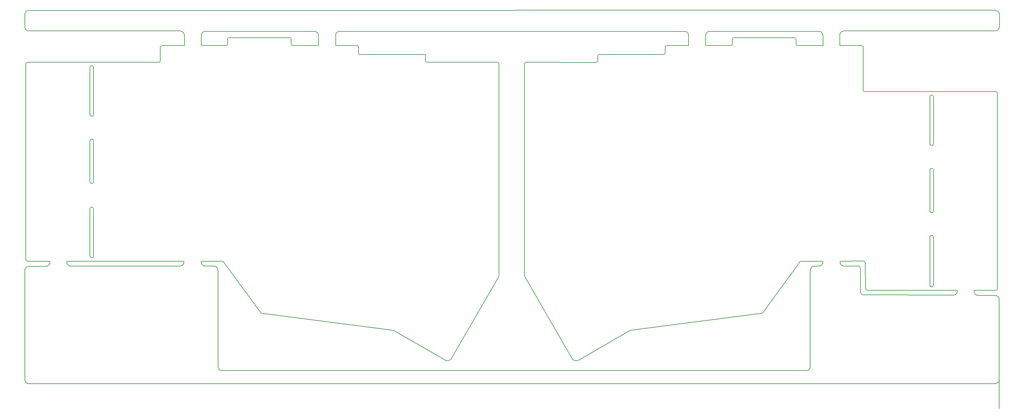
<source format=gm1>
%TF.GenerationSoftware,KiCad,Pcbnew,(6.0.11)*%
%TF.CreationDate,2023-01-31T22:09:30+01:00*%
%TF.ProjectId,corne-light,636f726e-652d-46c6-9967-68742e6b6963,2.0*%
%TF.SameCoordinates,Original*%
%TF.FileFunction,Profile,NP*%
%FSLAX46Y46*%
G04 Gerber Fmt 4.6, Leading zero omitted, Abs format (unit mm)*
G04 Created by KiCad (PCBNEW (6.0.11)) date 2023-01-31 22:09:30*
%MOMM*%
%LPD*%
G01*
G04 APERTURE LIST*
%TA.AperFunction,Profile*%
%ADD10C,0.200000*%
%TD*%
G04 APERTURE END LIST*
D10*
X248974327Y-95171400D02*
G75*
G03*
X248313927Y-94511000I-660400J0D01*
G01*
X248313927Y-94511000D02*
X244215783Y-94534081D01*
X249034900Y-101877000D02*
G75*
G03*
X249847700Y-102689800I812800J0D01*
G01*
X249034900Y-101877000D02*
X248974327Y-95171400D01*
X250406500Y-93850600D02*
G75*
G03*
X249695300Y-93139400I-711200J0D01*
G01*
X249695300Y-93139400D02*
X243226628Y-93176341D01*
X250457300Y-100861000D02*
X250406500Y-93850600D01*
X250457300Y-100861000D02*
G75*
G03*
X251016100Y-101419800I558800J0D01*
G01*
X63768889Y-28147762D02*
G75*
G03*
X62630976Y-29284085I-1589J-1136323D01*
G01*
X206377105Y-28134587D02*
X237292354Y-28137591D01*
X206377105Y-28134588D02*
G75*
G03*
X205239135Y-29273925I1368J-1139337D01*
G01*
X238388642Y-29273925D02*
G75*
G03*
X237292354Y-28137591I-1096288J39340D01*
G01*
X269372103Y-100377218D02*
X269528353Y-100283468D01*
X269622103Y-100095968D02*
X269653353Y-99908468D01*
X268684603Y-100095968D02*
X268778353Y-100283468D01*
X268778353Y-100283468D02*
X268965853Y-100377218D01*
X269622103Y-100095968D02*
X269528353Y-100283468D01*
X268965853Y-100377218D02*
X269153353Y-100408468D01*
X269372103Y-100377218D02*
X269153353Y-100408468D01*
X268653353Y-99908468D02*
X268684603Y-100095968D01*
X268934603Y-85939718D02*
X269153353Y-85908468D01*
X269653353Y-86408468D02*
X269622103Y-86220968D01*
X269340853Y-85939718D02*
X269153353Y-85908468D01*
X268934603Y-85939718D02*
X268778353Y-86033468D01*
X268684603Y-86220968D02*
X268653353Y-86408468D01*
X269528353Y-86033468D02*
X269340853Y-85939718D01*
X268684603Y-86220968D02*
X268778353Y-86033468D01*
X269622103Y-86220968D02*
X269528353Y-86033468D01*
X268684603Y-79095968D02*
X268778353Y-79283468D01*
X268778353Y-79283468D02*
X268965853Y-79377218D01*
X269622103Y-79095968D02*
X269528353Y-79283468D01*
X268965853Y-79377218D02*
X269153353Y-79408468D01*
X269372103Y-79377218D02*
X269528353Y-79283468D01*
X268653353Y-78908468D02*
X268684603Y-79095968D01*
X269622103Y-79095968D02*
X269653353Y-78908468D01*
X269372103Y-79377218D02*
X269153353Y-79408468D01*
X269653353Y-67408468D02*
X269622103Y-67220968D01*
X268684603Y-67220968D02*
X268778353Y-67033468D01*
X268934603Y-66939718D02*
X268778353Y-67033468D01*
X269340853Y-66939718D02*
X269153353Y-66908468D01*
X269622103Y-67220968D02*
X269528353Y-67033468D01*
X269528353Y-67033468D02*
X269340853Y-66939718D01*
X268684603Y-67220968D02*
X268653353Y-67408468D01*
X268934603Y-66939718D02*
X269153353Y-66908468D01*
X268653353Y-59908468D02*
X268684603Y-60095968D01*
X268778353Y-60283468D02*
X268965853Y-60377218D01*
X269622103Y-60095968D02*
X269653353Y-59908468D01*
X269372103Y-60377218D02*
X269153353Y-60408468D01*
X268965853Y-60377218D02*
X269153353Y-60408468D01*
X268684603Y-60095968D02*
X268778353Y-60283468D01*
X269372103Y-60377218D02*
X269528353Y-60283468D01*
X269622103Y-60095968D02*
X269528353Y-60283468D01*
X269528353Y-46283468D02*
X269340853Y-46189718D01*
X268934603Y-46189718D02*
X269153353Y-46158468D01*
X268684603Y-46470968D02*
X268778353Y-46283468D01*
X268934603Y-46189718D02*
X268778353Y-46283468D01*
X268684603Y-46470968D02*
X268653353Y-46658468D01*
X269653353Y-46658468D02*
X269622103Y-46470968D01*
X269622103Y-46470968D02*
X269528353Y-46283468D01*
X269340853Y-46189718D02*
X269153353Y-46158468D01*
X31322500Y-92035000D02*
X31510000Y-92128750D01*
X31510000Y-92128750D02*
X31697500Y-92160000D01*
X31228750Y-91847500D02*
X31322500Y-92035000D01*
X31197500Y-91660000D02*
X31228750Y-91847500D01*
X32166250Y-91847500D02*
X32072500Y-92035000D01*
X31916250Y-92128750D02*
X31697500Y-92160000D01*
X31916250Y-92128750D02*
X32072500Y-92035000D01*
X32166250Y-91847500D02*
X32197500Y-91660000D01*
X31478750Y-77941250D02*
X31697500Y-77910000D01*
X32197500Y-78410000D02*
X32166250Y-78222500D01*
X31228750Y-78222500D02*
X31197500Y-78410000D01*
X32072500Y-78035000D02*
X31885000Y-77941250D01*
X31885000Y-77941250D02*
X31697500Y-77910000D01*
X32166250Y-78222500D02*
X32072500Y-78035000D01*
X31228750Y-78222500D02*
X31322500Y-78035000D01*
X31478750Y-77941250D02*
X31322500Y-78035000D01*
X31197500Y-70660000D02*
X31228750Y-70847500D01*
X31916250Y-71128750D02*
X31697500Y-71160000D01*
X31322500Y-71035000D02*
X31510000Y-71128750D01*
X31916250Y-71128750D02*
X32072500Y-71035000D01*
X31228750Y-70847500D02*
X31322500Y-71035000D01*
X32166250Y-70847500D02*
X32072500Y-71035000D01*
X32166250Y-70847500D02*
X32197500Y-70660000D01*
X31510000Y-71128750D02*
X31697500Y-71160000D01*
X32072500Y-58785000D02*
X31885000Y-58691250D01*
X31478750Y-58691250D02*
X31697500Y-58660000D01*
X31228750Y-58972500D02*
X31322500Y-58785000D01*
X31478750Y-58691250D02*
X31322500Y-58785000D01*
X31228750Y-58972500D02*
X31197500Y-59160000D01*
X32197500Y-59160000D02*
X32166250Y-58972500D01*
X32166250Y-58972500D02*
X32072500Y-58785000D01*
X31885000Y-58691250D02*
X31697500Y-58660000D01*
X31322500Y-52035000D02*
X31510000Y-52128750D01*
X31916250Y-52128750D02*
X31697500Y-52160000D01*
X32166250Y-51847500D02*
X32072500Y-52035000D01*
X31916250Y-52128750D02*
X32072500Y-52035000D01*
X32166250Y-51847500D02*
X32197500Y-51660000D01*
X31197500Y-51660000D02*
X31228750Y-51847500D01*
X31228750Y-51847500D02*
X31322500Y-52035000D01*
X31510000Y-52128750D02*
X31697500Y-52160000D01*
X32197500Y-38410000D02*
X32166250Y-38222500D01*
X32166250Y-38222500D02*
X32072500Y-38035000D01*
X31228750Y-38222500D02*
X31197500Y-38410000D01*
X31228750Y-38222500D02*
X31322500Y-38035000D01*
X32072500Y-38035000D02*
X31885000Y-37941250D01*
X31478750Y-37941250D02*
X31322500Y-38035000D01*
X31885000Y-37941250D02*
X31697500Y-37910000D01*
X31478750Y-37941250D02*
X31697500Y-37910000D01*
X269653353Y-99908468D02*
X269653353Y-86408468D01*
X268653353Y-86408468D02*
X268653353Y-99908468D01*
X269653353Y-78908468D02*
X269653353Y-67408468D01*
X268653353Y-67408468D02*
X268653353Y-78908468D01*
X268653353Y-46658468D02*
X268653353Y-59908468D01*
X269653353Y-59908468D02*
X269653353Y-46658468D01*
X32197500Y-59160000D02*
X32197500Y-70660000D01*
X31197500Y-70660000D02*
X31197500Y-59160000D01*
X32197500Y-78410000D02*
X32197500Y-91660000D01*
X31197500Y-91660000D02*
X31197500Y-78410000D01*
X31197500Y-51660000D02*
X31197500Y-38410000D01*
X32197500Y-38410000D02*
X32197500Y-51660000D01*
X50583768Y-36929478D02*
X13697500Y-36929478D01*
X19857418Y-93652702D02*
X19788838Y-93873681D01*
X19788838Y-93873681D02*
X19788838Y-93873681D01*
X19788838Y-93873681D02*
X19786298Y-93878761D01*
X19786298Y-93878761D02*
X19786298Y-93883841D01*
X19786298Y-93883841D02*
X19677078Y-94087041D01*
X19677078Y-94087041D02*
X19677078Y-94087041D01*
X19677078Y-94087041D02*
X19674538Y-94092121D01*
X66824512Y-94747440D02*
X66824512Y-94747440D01*
X66824512Y-94747440D02*
X66824512Y-94749980D01*
X66824512Y-94749980D02*
X66829592Y-94749980D01*
X66829592Y-94749980D02*
X66832132Y-94755060D01*
X66832132Y-94755060D02*
X67012472Y-94899840D01*
X67012472Y-94899840D02*
X67012472Y-94899840D01*
X67012472Y-94899840D02*
X67015012Y-94904920D01*
X67015012Y-94904920D02*
X67017552Y-94907460D01*
X67017552Y-94907460D02*
X67167411Y-95085260D01*
X67167411Y-95085260D02*
X67167411Y-95085260D01*
X67167411Y-95085260D02*
X67169951Y-95090340D01*
X67169951Y-95090340D02*
X67172491Y-95092880D01*
X67172491Y-95092880D02*
X67281711Y-95298620D01*
X67281711Y-95298620D02*
X67281711Y-95298620D01*
X67281711Y-95298620D02*
X67281711Y-95298620D01*
X67281711Y-95298620D02*
X67281711Y-95298620D01*
X67281711Y-95298620D02*
X67284251Y-95301160D01*
X67284251Y-95301160D02*
X67286791Y-95306240D01*
X67286791Y-95306240D02*
X67355371Y-95527220D01*
X67355371Y-95527220D02*
X67355371Y-95529760D01*
X67355371Y-95529760D02*
X67355371Y-95532300D01*
X67355371Y-95532300D02*
X67355371Y-95537380D01*
X67355371Y-95537380D02*
X67380771Y-95768519D01*
X67380771Y-95768519D02*
X67380771Y-95768519D01*
X67380771Y-95768519D02*
X67380771Y-95771059D01*
X67380771Y-95771059D02*
X67380771Y-95773599D01*
X67380771Y-95773599D02*
X67380771Y-95778679D01*
X67380771Y-95778679D02*
X67380771Y-95778679D01*
X67380771Y-95778679D02*
X67380771Y-122956653D01*
X67380771Y-122956653D02*
X67380771Y-122961733D01*
X67380771Y-122961733D02*
X67403631Y-123185252D01*
X67403631Y-123185252D02*
X67469671Y-123396072D01*
X67469671Y-123396072D02*
X67576351Y-123591652D01*
X67576351Y-123591652D02*
X67716051Y-123761832D01*
X67716051Y-123761832D02*
X67888771Y-123904072D01*
X68084350Y-124008212D02*
X68297710Y-124071712D01*
X68297710Y-124071712D02*
X68521230Y-124094571D01*
X68521230Y-124094571D02*
X233687107Y-124084411D01*
X233687107Y-124084411D02*
X233694727Y-124084411D01*
X233694727Y-124084411D02*
X233915707Y-124061552D01*
X233915707Y-124061552D02*
X234129066Y-123995512D01*
X234129066Y-123995512D02*
X234324646Y-123888832D01*
X234324646Y-123888832D02*
X234494826Y-123749132D01*
X234494826Y-123749132D02*
X234637066Y-123576412D01*
X234637066Y-123576412D02*
X234738666Y-123380832D01*
X234738666Y-123380832D02*
X234804706Y-123167472D01*
X234804706Y-123167472D02*
X234825026Y-122943953D01*
X234825026Y-122943953D02*
X234825026Y-95771059D01*
X234825026Y-95771059D02*
X234825026Y-95768519D01*
X234825026Y-95768519D02*
X234825026Y-95768519D01*
X234825026Y-95768519D02*
X234847886Y-95537380D01*
X234847886Y-95537380D02*
X234847886Y-95537380D01*
X234847886Y-95537380D02*
X234847886Y-95537380D01*
X234847886Y-95537380D02*
X234847886Y-95534840D01*
X234847886Y-95534840D02*
X234850426Y-95532300D01*
X234850426Y-95532300D02*
X234850426Y-95527220D01*
X234850426Y-95527220D02*
X234919006Y-95306240D01*
X234919006Y-95306240D02*
X234919006Y-95306240D01*
X234919006Y-95306240D02*
X234919006Y-95301160D01*
X234919006Y-95301160D02*
X234921546Y-95296080D01*
X234921546Y-95296080D02*
X235030766Y-95092880D01*
X235030766Y-95092880D02*
X235030766Y-95092880D01*
X235030766Y-95092880D02*
X235030766Y-95092880D01*
X235030766Y-95092880D02*
X235030766Y-95090340D01*
X235030766Y-95090340D02*
X235033306Y-95087800D01*
X235033306Y-95087800D02*
X235035846Y-95085260D01*
X235035846Y-95085260D02*
X235180625Y-94904920D01*
X235180625Y-94904920D02*
X235183165Y-94904920D01*
X235183165Y-94904920D02*
X235185705Y-94899840D01*
X235185705Y-94899840D02*
X235188245Y-94897300D01*
X235188245Y-94897300D02*
X235368585Y-94749980D01*
X235368585Y-94749980D02*
X235368585Y-94749980D01*
X235368585Y-94749980D02*
X235371125Y-94747440D01*
X235371125Y-94747440D02*
X235376205Y-94744900D01*
X235376205Y-94744900D02*
X235579405Y-94633141D01*
X235579405Y-94633141D02*
X235579405Y-94633141D01*
X235579405Y-94633141D02*
X235579405Y-94633141D01*
X235579405Y-94633141D02*
X235579405Y-94633141D01*
X235579405Y-94633141D02*
X235584485Y-94633141D01*
X235584485Y-94633141D02*
X235589565Y-94630601D01*
X235589565Y-94630601D02*
X235810545Y-94562021D01*
X235810545Y-94562021D02*
X235810545Y-94562021D01*
X235810545Y-94562021D02*
X235810545Y-94562021D01*
X235810545Y-94562021D02*
X235815625Y-94559481D01*
X235815625Y-94559481D02*
X235818165Y-94559481D01*
X235818165Y-94559481D02*
X236049305Y-94534081D01*
X236049305Y-94534081D02*
X236051845Y-94534081D01*
X236051845Y-94534081D02*
X236051845Y-94534081D01*
X236051845Y-94534081D02*
X236054385Y-94534081D01*
X236054385Y-94534081D02*
X236062005Y-94534081D01*
X236062005Y-94534081D02*
X236062005Y-94534081D01*
X236062005Y-94534081D02*
X237250723Y-94534081D01*
X237250723Y-94534081D02*
X237255803Y-94534081D01*
X237255803Y-94534081D02*
X237479323Y-94511221D01*
X237479323Y-94511221D02*
X237692683Y-94445181D01*
X237692683Y-94445181D02*
X237885723Y-94341041D01*
X237885723Y-94341041D02*
X238058443Y-94198801D01*
X238058443Y-94198801D02*
X238198142Y-94026081D01*
X238198142Y-94026081D02*
X238302282Y-93830501D01*
X238302282Y-93830501D02*
X238365782Y-93617142D01*
X238365782Y-93617142D02*
X238388642Y-93396162D01*
X238388642Y-93396162D02*
X238396262Y-93187882D01*
X200395360Y-32184762D02*
X200387740Y-29273925D01*
X200387740Y-29273925D02*
X200387740Y-29266305D01*
X200387740Y-29266305D02*
X200364880Y-29042785D01*
X200364880Y-29042785D02*
X200298840Y-28831966D01*
X200298840Y-28831966D02*
X200194700Y-28636386D01*
X200194700Y-28636386D02*
X200052460Y-28466206D01*
X199684160Y-28222366D02*
X199470801Y-28156326D01*
X199470801Y-28156326D02*
X199249821Y-28136006D01*
X199249821Y-28136006D02*
X101769797Y-28143626D01*
X101769797Y-28143626D02*
X101762177Y-28143626D01*
X101762177Y-28143626D02*
X101541197Y-28166486D01*
X101541197Y-28166486D02*
X101327838Y-28232526D01*
X101327838Y-28232526D02*
X101132258Y-28339206D01*
X101132258Y-28339206D02*
X100962078Y-28481446D01*
X100962078Y-28481446D02*
X100819838Y-28651626D01*
X100819838Y-28651626D02*
X100715698Y-28847206D01*
X100715698Y-28847206D02*
X100652198Y-29060565D01*
X100652198Y-29060565D02*
X100631878Y-29284085D01*
X100631878Y-29284085D02*
X100636958Y-32179682D01*
X243245117Y-93185342D02*
X243240037Y-93396162D01*
X243240037Y-93396162D02*
X243240037Y-93403782D01*
X243240037Y-93403782D02*
X243262897Y-93627302D01*
X243262897Y-93627302D02*
X243328937Y-93838121D01*
X243328937Y-93838121D02*
X243433077Y-94033701D01*
X243433077Y-94033701D02*
X243575317Y-94203881D01*
X243575317Y-94203881D02*
X243748037Y-94346121D01*
X243748037Y-94346121D02*
X243943617Y-94450261D01*
X243943617Y-94450261D02*
X244154437Y-94513761D01*
X244154437Y-94513761D02*
X244377956Y-94534081D01*
X249847700Y-102689800D02*
X275207479Y-102782549D01*
X275207479Y-102782549D02*
X275212559Y-102782549D01*
X275212559Y-102782549D02*
X275436079Y-102759689D01*
X275436079Y-102759689D02*
X275646898Y-102693649D01*
X275646898Y-102693649D02*
X275842478Y-102589509D01*
X275842478Y-102589509D02*
X276012658Y-102447269D01*
X276012658Y-102447269D02*
X276154898Y-102274549D01*
X276154898Y-102274549D02*
X276256498Y-102078969D01*
X276256498Y-102078969D02*
X276322538Y-101865610D01*
X276322538Y-101865610D02*
X276342858Y-101644630D01*
X276342858Y-101644630D02*
X276350478Y-101433810D01*
X24655473Y-93634922D02*
X24718973Y-93848281D01*
X24718973Y-93848281D02*
X24825653Y-94041321D01*
X24825653Y-94041321D02*
X24967893Y-94214041D01*
X24967893Y-94214041D02*
X25138073Y-94353741D01*
X25138073Y-94353741D02*
X25336193Y-94457881D01*
X25336193Y-94457881D02*
X25547012Y-94521381D01*
X25547012Y-94521381D02*
X25770532Y-94544241D01*
X25770532Y-94544241D02*
X56644202Y-94544241D01*
X56644202Y-94544241D02*
X56649282Y-94544241D01*
X56649282Y-94544241D02*
X56872802Y-94521381D01*
X56872802Y-94521381D02*
X57083621Y-94455341D01*
X57083621Y-94455341D02*
X57279201Y-94348661D01*
X57279201Y-94348661D02*
X57449381Y-94208961D01*
X57449381Y-94208961D02*
X57591621Y-94036241D01*
X57591621Y-94036241D02*
X57695761Y-93840661D01*
X57695761Y-93840661D02*
X57759261Y-93627302D01*
X57759261Y-93627302D02*
X57782121Y-93403782D01*
X57782121Y-93403782D02*
X57787201Y-93185342D01*
X238386102Y-32184762D02*
X238388642Y-29273925D01*
X205239135Y-29273925D02*
X205236595Y-32187302D01*
X95785563Y-32179682D02*
X95780483Y-29281545D01*
X95780483Y-29281545D02*
X95780483Y-29276465D01*
X95780483Y-29276465D02*
X95757623Y-29052945D01*
X95757623Y-29052945D02*
X95691583Y-28842126D01*
X95691583Y-28842126D02*
X95587443Y-28646546D01*
X95587443Y-28646546D02*
X95445203Y-28473826D01*
X95445203Y-28473826D02*
X95272484Y-28334126D01*
X95272484Y-28334126D02*
X95076904Y-28229986D01*
X95076904Y-28229986D02*
X94863544Y-28166486D01*
X94863544Y-28166486D02*
X94640024Y-28143626D01*
X94640024Y-28143626D02*
X63768895Y-28143626D01*
X62630976Y-29284085D02*
X62636056Y-32179682D01*
X282327092Y-102884149D02*
X282095952Y-102861289D01*
X287933833Y-127449908D02*
X288073533Y-127277188D01*
X199879740Y-28326506D02*
X199684160Y-28222366D01*
X200052460Y-28466206D02*
X199879740Y-28326506D01*
X67888771Y-123904072D02*
X68084350Y-124008212D01*
X288219886Y-104014447D02*
X288219886Y-134893197D01*
X12755585Y-95783759D02*
X12755585Y-126654889D01*
X19875198Y-93180262D02*
X19880278Y-93408862D01*
X19880278Y-93408862D02*
X19880278Y-93411402D01*
X19880278Y-93411402D02*
X19880278Y-93411402D01*
X19880278Y-93411402D02*
X19857418Y-93642542D01*
X19857418Y-93642542D02*
X19857418Y-93642542D01*
X19857418Y-93642542D02*
X19857418Y-93642542D01*
X19857418Y-93642542D02*
X19857418Y-93642542D01*
X19857418Y-93642542D02*
X19857418Y-93647622D01*
X19857418Y-93647622D02*
X19857418Y-93652702D01*
X24635153Y-93185342D02*
X24630073Y-93406322D01*
X24630073Y-93406322D02*
X24630073Y-93411402D01*
X24630073Y-93411402D02*
X24655473Y-93634922D01*
X116664342Y-112720463D02*
X116504323Y-112700143D01*
X116837062Y-112748403D02*
X116664342Y-112720463D01*
X117002162Y-112786503D02*
X116837062Y-112748403D01*
X117159642Y-112829683D02*
X117002162Y-112786503D01*
X146834433Y-96990258D02*
X146834433Y-96906438D01*
X146816653Y-97175678D02*
X146834433Y-96990258D01*
X146783633Y-97343318D02*
X146816653Y-97175678D01*
X146735373Y-97500798D02*
X146783633Y-97343318D01*
X146676953Y-97643038D02*
X146735373Y-97500798D01*
X146608373Y-97777657D02*
X146676953Y-97643038D01*
X107086012Y-34181200D02*
X107086012Y-32680062D01*
X125584814Y-34679040D02*
X107583851Y-34679040D01*
X146501693Y-36959958D02*
X146334053Y-36929478D01*
X146633773Y-37028537D02*
X146501693Y-36959958D01*
X146732833Y-37130137D02*
X146633773Y-37028537D01*
X146803953Y-37259677D02*
X146732833Y-37130137D01*
X146834433Y-37429857D02*
X146803953Y-37259677D01*
X146834433Y-37429857D02*
X146834433Y-96906438D01*
X19875198Y-93180262D02*
X13586164Y-93180262D01*
X13085785Y-37429857D02*
X13085785Y-92679883D01*
X87583911Y-29929244D02*
X70583708Y-29929244D01*
X88084291Y-31679303D02*
X88084291Y-30429624D01*
X95785563Y-32179682D02*
X88584670Y-32179682D01*
X117159642Y-112829683D02*
X131454748Y-121092294D01*
X126085193Y-35179419D02*
X126085193Y-36429098D01*
X125752454Y-34709520D02*
X125584814Y-34679040D01*
X125884533Y-34780640D02*
X125752454Y-34709520D01*
X125983593Y-34879700D02*
X125884533Y-34780640D01*
X126054713Y-35009239D02*
X125983593Y-34879700D01*
X126085193Y-35179419D02*
X126054713Y-35009239D01*
X51084147Y-32680062D02*
X51084147Y-36429098D01*
X57886261Y-32179682D02*
X51584527Y-32179682D01*
X70085868Y-30429624D02*
X70083328Y-31679303D01*
X146334053Y-36929478D02*
X126585573Y-36929478D01*
X68673630Y-93187882D02*
X68584730Y-93160000D01*
X68820950Y-93241222D02*
X68673630Y-93187882D01*
X68937790Y-93327582D02*
X68820950Y-93241222D01*
X13415984Y-93149782D02*
X13586164Y-93180262D01*
X13286445Y-93081202D02*
X13415984Y-93149782D01*
X13184845Y-92979602D02*
X13286445Y-93081202D01*
X13113725Y-92850062D02*
X13184845Y-92979602D01*
X13085785Y-92679883D02*
X13113725Y-92850062D01*
X13586164Y-93180262D02*
X13586164Y-93180262D01*
X13113725Y-37262217D02*
X13085785Y-37429857D01*
X13184845Y-37132677D02*
X13113725Y-37262217D01*
X13283905Y-37031077D02*
X13184845Y-37132677D01*
X13413444Y-36959958D02*
X13283905Y-37031077D01*
X13697500Y-36929478D02*
X13413444Y-36959958D01*
X13085785Y-37429857D02*
X13085785Y-37429857D01*
X51056207Y-36599278D02*
X51084147Y-36431638D01*
X50985087Y-36728818D02*
X51056207Y-36599278D01*
X50886027Y-36830418D02*
X50985087Y-36728818D01*
X50756488Y-36901538D02*
X50886027Y-36830418D01*
X50583768Y-36929478D02*
X50756488Y-36901538D01*
X51084147Y-36431638D02*
X51084147Y-36429098D01*
X51114627Y-32512422D02*
X51084147Y-32680062D01*
X51183207Y-32382882D02*
X51114627Y-32512422D01*
X51284807Y-32281282D02*
X51183207Y-32382882D01*
X51414347Y-32210162D02*
X51284807Y-32281282D01*
X51584527Y-32179682D02*
X51414347Y-32210162D01*
X70055389Y-31849483D02*
X70085868Y-31679303D01*
X69986809Y-31979022D02*
X70055389Y-31849483D01*
X69885209Y-32080622D02*
X69986809Y-31979022D01*
X69755669Y-32151742D02*
X69885209Y-32080622D01*
X69585489Y-32179682D02*
X69755669Y-32151742D01*
X70085868Y-31679303D02*
X70085868Y-31679303D01*
X70113808Y-30261984D02*
X70085868Y-30429624D01*
X70184928Y-30132444D02*
X70113808Y-30261984D01*
X70283988Y-30030844D02*
X70184928Y-30132444D01*
X70413528Y-29959724D02*
X70283988Y-30030844D01*
X70583708Y-29929244D02*
X70413528Y-29959724D01*
X70085868Y-30429624D02*
X70085868Y-30429624D01*
X87754091Y-29959724D02*
X87583911Y-29929244D01*
X87883631Y-30028304D02*
X87754091Y-29959724D01*
X87985231Y-30129904D02*
X87883631Y-30028304D01*
X88056351Y-30259444D02*
X87985231Y-30129904D01*
X88084291Y-30429624D02*
X88056351Y-30259444D01*
X87583911Y-29929244D02*
X87583911Y-29929244D01*
X88417030Y-32151742D02*
X88584670Y-32179682D01*
X88284951Y-32080622D02*
X88417030Y-32151742D01*
X88185891Y-31981562D02*
X88284951Y-32080622D01*
X88114771Y-31852023D02*
X88185891Y-31981562D01*
X88084291Y-31679303D02*
X88114771Y-31852023D01*
X88584670Y-32179682D02*
X88584670Y-32179682D01*
X106753272Y-32210162D02*
X106585632Y-32179682D01*
X106882812Y-32278742D02*
X106753272Y-32210162D01*
X106984412Y-32380342D02*
X106882812Y-32278742D01*
X107055532Y-32509882D02*
X106984412Y-32380342D01*
X107086012Y-32680062D02*
X107055532Y-32509882D01*
X107416212Y-34651100D02*
X107583851Y-34679040D01*
X107286672Y-34579980D02*
X107416212Y-34651100D01*
X107185072Y-34480920D02*
X107286672Y-34579980D01*
X107113952Y-34351380D02*
X107185072Y-34480920D01*
X107086012Y-34181200D02*
X107113952Y-34351380D01*
X133382606Y-120711295D02*
X146608373Y-97777657D01*
X133380066Y-120716375D02*
X133382606Y-120711295D01*
X133324186Y-120792575D02*
X133380066Y-120716375D01*
X133230206Y-120901795D02*
X133324186Y-120792575D01*
X133126066Y-120998315D02*
X133230206Y-120901795D01*
X133004146Y-121092294D02*
X133126066Y-120998315D01*
X132879686Y-121165954D02*
X133004146Y-121092294D01*
X132734907Y-121231994D02*
X132879686Y-121165954D01*
X132582507Y-121282794D02*
X132734907Y-121231994D01*
X132414867Y-121315814D02*
X132582507Y-121282794D01*
X132226907Y-121328514D02*
X132414867Y-121315814D01*
X132038947Y-121315814D02*
X132226907Y-121328514D01*
X131871307Y-121280254D02*
X132038947Y-121315814D01*
X131718908Y-121229454D02*
X131871307Y-121280254D01*
X131579208Y-121165954D02*
X131718908Y-121229454D01*
X131454748Y-121092294D02*
X131579208Y-121165954D01*
X79834379Y-107930027D02*
X116504323Y-112700143D01*
X79745479Y-107922407D02*
X79834379Y-107930027D01*
X79595619Y-107869068D02*
X79745479Y-107922407D01*
X79481319Y-107782708D02*
X79595619Y-107869068D01*
X68937790Y-93327582D02*
X79481319Y-107782708D01*
X126415393Y-36901538D02*
X126585573Y-36929478D01*
X126285853Y-36830418D02*
X126415393Y-36901538D01*
X126184253Y-36731358D02*
X126285853Y-36830418D01*
X126115673Y-36601818D02*
X126184253Y-36731358D01*
X126085193Y-36429098D02*
X126115673Y-36601818D01*
X126585573Y-36929478D02*
X126585573Y-36929478D01*
X184192716Y-112728083D02*
X184352736Y-112707763D01*
X184019996Y-112756023D02*
X184192716Y-112728083D01*
X183854896Y-112794123D02*
X184019996Y-112756023D01*
X183697416Y-112837303D02*
X183854896Y-112794123D01*
X154025166Y-97005498D02*
X154022626Y-96911518D01*
X154042946Y-97188378D02*
X154025166Y-97005498D01*
X154075966Y-97353478D02*
X154042946Y-97188378D01*
X154121685Y-97508418D02*
X154075966Y-97353478D01*
X154182645Y-97653198D02*
X154121685Y-97508418D01*
X154251225Y-97785277D02*
X154182645Y-97653198D01*
X193773586Y-34183740D02*
X193773586Y-32685142D01*
X175272245Y-34684120D02*
X193273207Y-34684120D01*
X154355365Y-36965038D02*
X154523005Y-36937098D01*
X154225825Y-37036157D02*
X154355365Y-36965038D01*
X154124225Y-37137757D02*
X154225825Y-37036157D01*
X154053106Y-37267297D02*
X154124225Y-37137757D01*
X154022626Y-37437477D02*
X154053106Y-37267297D01*
X154022626Y-37434937D02*
X154022626Y-96908978D01*
X251016100Y-101419800D02*
X276350478Y-101433810D01*
X287729667Y-45685945D02*
X287729667Y-100933431D01*
X250251560Y-45184200D02*
X287229287Y-45185566D01*
X213273147Y-29934324D02*
X230273350Y-29934324D01*
X212772768Y-31684383D02*
X212772768Y-30434704D01*
X194273966Y-32184762D02*
X200395360Y-32184762D01*
X183697416Y-112837303D02*
X169404850Y-121097374D01*
X174771865Y-35187039D02*
X174771865Y-36436718D01*
X175104605Y-34717140D02*
X175272245Y-34686660D01*
X174975065Y-34785720D02*
X175104605Y-34717140D01*
X174873465Y-34887320D02*
X174975065Y-34785720D01*
X174802345Y-35016859D02*
X174873465Y-34887320D01*
X174771865Y-35187039D02*
X174802345Y-35016859D01*
X249772911Y-32685142D02*
X249751180Y-44683820D01*
X231274109Y-32184762D02*
X238386102Y-32184762D01*
X230773730Y-30434704D02*
X230773730Y-31684383D01*
X154523005Y-36934558D02*
X174274026Y-36937098D01*
X232180888Y-93195502D02*
X232272328Y-93187882D01*
X232033569Y-93248842D02*
X232180888Y-93195502D01*
X231919269Y-93332662D02*
X232033569Y-93248842D01*
X287396927Y-101405870D02*
X287229287Y-101436350D01*
X287526467Y-101337290D02*
X287396927Y-101405870D01*
X287628067Y-101235690D02*
X287526467Y-101337290D01*
X287699187Y-101106150D02*
X287628067Y-101235690D01*
X287729667Y-100935971D02*
X287699187Y-101106150D01*
X287229287Y-101436350D02*
X287229287Y-101436350D01*
X287699187Y-45518305D02*
X287729667Y-45685945D01*
X287630607Y-45386225D02*
X287699187Y-45518305D01*
X287529007Y-45287165D02*
X287630607Y-45386225D01*
X287399467Y-45216046D02*
X287529007Y-45287165D01*
X287229287Y-45185566D02*
X287399467Y-45216046D01*
X287729667Y-45685945D02*
X287729667Y-45685945D01*
X249779120Y-44851460D02*
X249751180Y-44683820D01*
X249850240Y-44983540D02*
X249779120Y-44851460D01*
X249949300Y-45082600D02*
X249850240Y-44983540D01*
X250081380Y-45153720D02*
X249949300Y-45082600D01*
X250251560Y-45184200D02*
X250081380Y-45153720D01*
X249751180Y-44683820D02*
X249751180Y-44683820D01*
X249744971Y-32520042D02*
X249772911Y-32687682D01*
X249673851Y-32387962D02*
X249744971Y-32520042D01*
X249572251Y-32288902D02*
X249673851Y-32387962D01*
X249442711Y-32217782D02*
X249572251Y-32288902D01*
X249272532Y-32187302D02*
X249442711Y-32217782D01*
X230801670Y-31854563D02*
X230773730Y-31686923D01*
X230872790Y-31986642D02*
X230801670Y-31854563D01*
X230971850Y-32085702D02*
X230872790Y-31986642D01*
X231103929Y-32156822D02*
X230971850Y-32085702D01*
X231274109Y-32187302D02*
X231103929Y-32156822D01*
X230773730Y-31686923D02*
X230773730Y-31686923D01*
X230743250Y-30267064D02*
X230773730Y-30437244D01*
X230672130Y-30137524D02*
X230743250Y-30267064D01*
X230573070Y-30038464D02*
X230672130Y-30137524D01*
X230443530Y-29967344D02*
X230573070Y-30038464D01*
X230273350Y-29936864D02*
X230443530Y-29967344D01*
X230773730Y-30437244D02*
X230773730Y-30437244D01*
X213102967Y-29967344D02*
X213273147Y-29936864D01*
X212973427Y-30035924D02*
X213102967Y-29967344D01*
X212874367Y-30137524D02*
X212973427Y-30035924D01*
X212803248Y-30267064D02*
X212874367Y-30137524D01*
X212772768Y-30437244D02*
X212803248Y-30267064D01*
X213273147Y-29936864D02*
X213273147Y-29936864D01*
X212442568Y-32159362D02*
X212272388Y-32187302D01*
X212572108Y-32088242D02*
X212442568Y-32159362D01*
X212673708Y-31989182D02*
X212572108Y-32088242D01*
X212742288Y-31857103D02*
X212673708Y-31989182D01*
X212772768Y-31686923D02*
X212742288Y-31857103D01*
X212272388Y-32187302D02*
X212272388Y-32187302D01*
X194106326Y-32215242D02*
X194273966Y-32187302D01*
X193974246Y-32286362D02*
X194106326Y-32215242D01*
X193872646Y-32387962D02*
X193974246Y-32286362D01*
X193804066Y-32517502D02*
X193872646Y-32387962D01*
X193773586Y-32687682D02*
X193804066Y-32517502D01*
X193440847Y-34658720D02*
X193273207Y-34686660D01*
X193570387Y-34587600D02*
X193440847Y-34658720D01*
X193671986Y-34488540D02*
X193570387Y-34587600D01*
X193743106Y-34359000D02*
X193671986Y-34488540D01*
X193773586Y-34186280D02*
X193743106Y-34359000D01*
X167474452Y-120718915D02*
X154248685Y-97785277D01*
X167479532Y-120723995D02*
X167474452Y-120718915D01*
X167540492Y-120807815D02*
X167479532Y-120723995D01*
X167637012Y-120917035D02*
X167540492Y-120807815D01*
X167741152Y-121016095D02*
X167637012Y-120917035D01*
X167857992Y-121102454D02*
X167741152Y-121016095D01*
X167984992Y-121176114D02*
X167857992Y-121102454D01*
X168122152Y-121239614D02*
X167984992Y-121176114D01*
X168277092Y-121290414D02*
X168122152Y-121239614D01*
X19674538Y-94092121D02*
X19671998Y-94094661D01*
X19671998Y-94094661D02*
X19524678Y-94275001D01*
X19524678Y-94275001D02*
X19524678Y-94275001D01*
X19524678Y-94275001D02*
X19524678Y-94275001D01*
X19524678Y-94275001D02*
X19524678Y-94275001D01*
X19524678Y-94275001D02*
X19522138Y-94280081D01*
X19522138Y-94280081D02*
X19517058Y-94282621D01*
X19517058Y-94282621D02*
X19339259Y-94429941D01*
X19339259Y-94429941D02*
X19339259Y-94429941D01*
X19339259Y-94429941D02*
X19334179Y-94432481D01*
X19334179Y-94432481D02*
X19331639Y-94435021D01*
X19331639Y-94435021D02*
X19128439Y-94544241D01*
X19128439Y-94544241D02*
X19128439Y-94544241D01*
X19128439Y-94544241D02*
X19128439Y-94544241D01*
X19128439Y-94544241D02*
X19125899Y-94546781D01*
X19125899Y-94546781D02*
X19123359Y-94546781D01*
X19123359Y-94546781D02*
X19118279Y-94549321D01*
X19118279Y-94549321D02*
X18897299Y-94617901D01*
X18897299Y-94617901D02*
X18897299Y-94617901D01*
X18897299Y-94617901D02*
X18892219Y-94617901D01*
X18892219Y-94617901D02*
X18887139Y-94617901D01*
X18887139Y-94617901D02*
X18655999Y-94643301D01*
X18655999Y-94643301D02*
X18655999Y-94643301D01*
X18655999Y-94643301D02*
X18653459Y-94643301D01*
X18653459Y-94643301D02*
X18650919Y-94643301D01*
X18650919Y-94643301D02*
X18645839Y-94643301D01*
X18645839Y-94643301D02*
X18645839Y-94643301D01*
X18645839Y-94643301D02*
X13893504Y-94643301D01*
X13893504Y-94643301D02*
X13888424Y-94643301D01*
X13888424Y-94643301D02*
X13664904Y-94666161D01*
X13664904Y-94666161D02*
X13454084Y-94732200D01*
X13454084Y-94732200D02*
X13258505Y-94838880D01*
X13258505Y-94838880D02*
X13085785Y-94981120D01*
X13085785Y-94981120D02*
X12946085Y-95151300D01*
X12946085Y-95151300D02*
X12841945Y-95346880D01*
X12841945Y-95346880D02*
X12778445Y-95560240D01*
X12778445Y-95560240D02*
X12755585Y-95783759D01*
X12755585Y-126654889D02*
X12755585Y-126662509D01*
X12755585Y-126662509D02*
X12778445Y-126886029D01*
X12778445Y-126886029D02*
X12844485Y-127096849D01*
X12844485Y-127096849D02*
X12951165Y-127292428D01*
X12951165Y-127292428D02*
X13093405Y-127462608D01*
X13093405Y-127462608D02*
X13263585Y-127604848D01*
X13263585Y-127604848D02*
X13459164Y-127708988D01*
X13459164Y-127708988D02*
X13672524Y-127772488D01*
X13672524Y-127772488D02*
X13896044Y-127792808D01*
X13896044Y-127792808D02*
X287126114Y-127785188D01*
X287126114Y-127785188D02*
X287131194Y-127785188D01*
X287131194Y-127785188D02*
X287354714Y-127762328D01*
X287354714Y-127762328D02*
X287565534Y-127696288D01*
X287565534Y-127696288D02*
X287761114Y-127589608D01*
X287761114Y-127589608D02*
X287933833Y-127449908D01*
X288073533Y-127277188D02*
X288177673Y-127081609D01*
X288177673Y-127081609D02*
X288241173Y-126868249D01*
X288241173Y-126868249D02*
X288264033Y-126644729D01*
X288219886Y-104014447D02*
X288194486Y-103793468D01*
X288194486Y-103793468D02*
X288128446Y-103580108D01*
X288128446Y-103580108D02*
X288024306Y-103384528D01*
X288024306Y-103384528D02*
X287882066Y-103214348D01*
X287882066Y-103214348D02*
X287711887Y-103074648D01*
X287711887Y-103074648D02*
X287513767Y-102970508D01*
X287513767Y-102970508D02*
X287302947Y-102904469D01*
X287302947Y-102904469D02*
X287079427Y-102884149D01*
X287079427Y-102884149D02*
X282329632Y-102884149D01*
X282329632Y-102884149D02*
X282327092Y-102884149D01*
X282327092Y-102884149D02*
X282327092Y-102884149D01*
X282095952Y-102861289D02*
X282095952Y-102861289D01*
X282095952Y-102861289D02*
X282095952Y-102861289D01*
X282095952Y-102861289D02*
X282095952Y-102861289D01*
X282095952Y-102861289D02*
X282090872Y-102858749D01*
X282090872Y-102858749D02*
X282085792Y-102858749D01*
X282085792Y-102858749D02*
X281864812Y-102792709D01*
X281864812Y-102792709D02*
X281864812Y-102792709D01*
X281864812Y-102792709D02*
X281859732Y-102790169D01*
X281859732Y-102790169D02*
X281854652Y-102787629D01*
X281854652Y-102787629D02*
X281651453Y-102678409D01*
X281651453Y-102678409D02*
X281651453Y-102678409D01*
X281651453Y-102678409D02*
X281651453Y-102678409D01*
X281651453Y-102678409D02*
X281646373Y-102675869D01*
X281646373Y-102675869D02*
X281643833Y-102673329D01*
X281643833Y-102673329D02*
X281463493Y-102528549D01*
X281463493Y-102528549D02*
X281463493Y-102528549D01*
X281463493Y-102528549D02*
X281463493Y-102528549D01*
X281463493Y-102528549D02*
X281463493Y-102526009D01*
X281463493Y-102526009D02*
X281458413Y-102523469D01*
X281458413Y-102523469D02*
X281455873Y-102520929D01*
X281455873Y-102520929D02*
X281308553Y-102340589D01*
X281308553Y-102340589D02*
X281308553Y-102340589D01*
X281308553Y-102340589D02*
X281306013Y-102338049D01*
X281306013Y-102338049D02*
X281303473Y-102332969D01*
X281303473Y-102332969D02*
X281191713Y-102129769D01*
X281191713Y-102129769D02*
X281191713Y-102129769D01*
X281191713Y-102129769D02*
X281191713Y-102129769D01*
X281191713Y-102129769D02*
X281191713Y-102129769D01*
X281191713Y-102129769D02*
X281191713Y-102124689D01*
X281191713Y-102124689D02*
X281189173Y-102119609D01*
X281189173Y-102119609D02*
X281120593Y-101898630D01*
X281120593Y-101898630D02*
X281120593Y-101898630D01*
X281120593Y-101898630D02*
X281120593Y-101893550D01*
X281120593Y-101893550D02*
X281118053Y-101891010D01*
X281118053Y-101891010D02*
X281095193Y-101659870D01*
X281095193Y-101659870D02*
X281095193Y-101657330D01*
X281095193Y-101657330D02*
X281095193Y-101657330D01*
X281095193Y-101657330D02*
X281095193Y-101654790D01*
X281095193Y-101654790D02*
X281095193Y-101649710D01*
X281095193Y-101649710D02*
X281092653Y-101649710D01*
X281092653Y-101649710D02*
X281102813Y-101436350D01*
X243146058Y-32187302D02*
X243138438Y-29271385D01*
X243138438Y-29271385D02*
X243138438Y-29268845D01*
X243138438Y-29268845D02*
X243161298Y-29037705D01*
X243161298Y-29037705D02*
X243161298Y-29037705D01*
X243161298Y-29037705D02*
X243161298Y-29037705D01*
X243161298Y-29037705D02*
X243161298Y-29037705D01*
X243161298Y-29037705D02*
X243161298Y-29032625D01*
X243161298Y-29032625D02*
X243163838Y-29027545D01*
X243163838Y-29027545D02*
X243229877Y-28806566D01*
X243229877Y-28806566D02*
X243229877Y-28804026D01*
X243229877Y-28804026D02*
X243232417Y-28801486D01*
X243232417Y-28801486D02*
X243234957Y-28796406D01*
X243234957Y-28796406D02*
X243341637Y-28593206D01*
X243341637Y-28593206D02*
X243341637Y-28593206D01*
X243341637Y-28593206D02*
X243341637Y-28593206D01*
X243341637Y-28593206D02*
X243341637Y-28590666D01*
X243341637Y-28590666D02*
X243346717Y-28588126D01*
X243346717Y-28588126D02*
X243346717Y-28583046D01*
X243346717Y-28583046D02*
X243494037Y-28405246D01*
X243494037Y-28405246D02*
X243494037Y-28402706D01*
X243494037Y-28402706D02*
X243496577Y-28400166D01*
X243496577Y-28400166D02*
X243501657Y-28397626D01*
X243501657Y-28397626D02*
X243679457Y-28250306D01*
X243679457Y-28250306D02*
X243681997Y-28250306D01*
X243681997Y-28250306D02*
X243684537Y-28247766D01*
X243684537Y-28247766D02*
X243687077Y-28245226D01*
X243687077Y-28245226D02*
X243892817Y-28133466D01*
X243892817Y-28133466D02*
X243892817Y-28133466D01*
X243892817Y-28133466D02*
X243892817Y-28133466D01*
X243892817Y-28133466D02*
X243892817Y-28133466D01*
X243892817Y-28133466D02*
X243897897Y-28130926D01*
X243897897Y-28130926D02*
X243900437Y-28130926D01*
X243900437Y-28130926D02*
X244121417Y-28062346D01*
X244121417Y-28062346D02*
X244121417Y-28062346D01*
X244121417Y-28062346D02*
X244123957Y-28062346D01*
X244123957Y-28062346D02*
X244129037Y-28059806D01*
X244129037Y-28059806D02*
X244131577Y-28059806D01*
X244131577Y-28059806D02*
X244362716Y-28034406D01*
X244362716Y-28034406D02*
X244362716Y-28034406D01*
X244362716Y-28034406D02*
X244365256Y-28034406D01*
X244365256Y-28034406D02*
X244367796Y-28034406D01*
X244367796Y-28034406D02*
X244372876Y-28034406D01*
X244372876Y-28034406D02*
X244372876Y-28034406D01*
X244372876Y-28034406D02*
X287126114Y-28034406D01*
X287126114Y-28034406D02*
X287131194Y-28034406D01*
X287131194Y-28034406D02*
X287354714Y-28011546D01*
X287354714Y-28011546D02*
X287565534Y-27945506D01*
X287565534Y-27945506D02*
X287761114Y-27841367D01*
X287761114Y-27841367D02*
X287933833Y-27699127D01*
X287933833Y-27699127D02*
X288073533Y-27526407D01*
X288073533Y-27526407D02*
X288177673Y-27330827D01*
X288177673Y-27330827D02*
X288241173Y-27117467D01*
X288241173Y-27117467D02*
X288264033Y-26896487D01*
X288264033Y-26896487D02*
X288264033Y-23335411D01*
X288264033Y-23335411D02*
X288264033Y-23330331D01*
X288264033Y-23330331D02*
X288238633Y-23106811D01*
X288238633Y-23106811D02*
X288172593Y-22893451D01*
X288172593Y-22893451D02*
X288068453Y-22700412D01*
X288068453Y-22700412D02*
X287926213Y-22527692D01*
X287926213Y-22527692D02*
X287756034Y-22387992D01*
X287756034Y-22387992D02*
X287557914Y-22283852D01*
X287557914Y-22283852D02*
X287347094Y-22220352D01*
X287347094Y-22220352D02*
X287123574Y-22197492D01*
X287123574Y-22197492D02*
X13893504Y-22207652D01*
X13893504Y-22207652D02*
X13888424Y-22207652D01*
X13888424Y-22207652D02*
X13664904Y-22230512D01*
X13664904Y-22230512D02*
X13454084Y-22296552D01*
X13454084Y-22296552D02*
X13258505Y-22400692D01*
X13258505Y-22400692D02*
X13085785Y-22542932D01*
X13085785Y-22542932D02*
X12946085Y-22715652D01*
X12946085Y-22715652D02*
X12841945Y-22911231D01*
X12841945Y-22911231D02*
X12778445Y-23122051D01*
X12778445Y-23122051D02*
X12755585Y-23345571D01*
X12755585Y-23345571D02*
X12755585Y-26906647D01*
X12755585Y-26906647D02*
X12755585Y-26911727D01*
X12755585Y-26911727D02*
X12778445Y-27135247D01*
X12778445Y-27135247D02*
X12844485Y-27348607D01*
X12844485Y-27348607D02*
X12951165Y-27541647D01*
X12951165Y-27541647D02*
X13093405Y-27714367D01*
X13093405Y-27714367D02*
X13263585Y-27854067D01*
X13263585Y-27854067D02*
X13459164Y-27958206D01*
X13459164Y-27958206D02*
X13672524Y-28021706D01*
X13672524Y-28021706D02*
X13896044Y-28044566D01*
X13896044Y-28044566D02*
X56646742Y-28044566D01*
X56646742Y-28044566D02*
X56649282Y-28044566D01*
X56649282Y-28044566D02*
X56649282Y-28044566D01*
X56649282Y-28044566D02*
X56877882Y-28067426D01*
X56877882Y-28067426D02*
X56877882Y-28067426D01*
X56877882Y-28067426D02*
X56877882Y-28067426D01*
X56877882Y-28067426D02*
X56880422Y-28067426D01*
X56880422Y-28067426D02*
X56882962Y-28067426D01*
X56882962Y-28067426D02*
X56888042Y-28069966D01*
X56888042Y-28069966D02*
X57111561Y-28136006D01*
X57111561Y-28136006D02*
X57111561Y-28136006D01*
X57111561Y-28136006D02*
X57114101Y-28138546D01*
X57114101Y-28138546D02*
X57119181Y-28138546D01*
X57119181Y-28138546D02*
X57324921Y-28247766D01*
X57324921Y-28247766D02*
X57324921Y-28247766D01*
X57324921Y-28247766D02*
X57324921Y-28247766D01*
X57324921Y-28247766D02*
X57324921Y-28247766D01*
X57324921Y-28247766D02*
X57327461Y-28250306D01*
X57327461Y-28250306D02*
X57332541Y-28252846D01*
X57332541Y-28252846D02*
X57512881Y-28400166D01*
X57512881Y-28400166D02*
X57512881Y-28400166D01*
X57512881Y-28400166D02*
X57515421Y-28402706D01*
X57515421Y-28402706D02*
X57517961Y-28407786D01*
X57517961Y-28407786D02*
X57665281Y-28585586D01*
X57665281Y-28585586D02*
X57667821Y-28585586D01*
X57667821Y-28585586D02*
X57670361Y-28590666D01*
X57670361Y-28590666D02*
X57672901Y-28593206D01*
X57672901Y-28593206D02*
X57782121Y-28798946D01*
X57782121Y-28798946D02*
X57782121Y-28798946D01*
X57782121Y-28798946D02*
X57782121Y-28798946D01*
X57782121Y-28798946D02*
X57782121Y-28798946D01*
X57782121Y-28798946D02*
X57784661Y-28801486D01*
X57784661Y-28801486D02*
X57787201Y-28806566D01*
X57787201Y-28806566D02*
X57853241Y-29027545D01*
X57853241Y-29027545D02*
X57855781Y-29027545D01*
X57855781Y-29027545D02*
X57855781Y-29032625D01*
X57855781Y-29032625D02*
X57855781Y-29037705D01*
X57855781Y-29037705D02*
X57881181Y-29268845D01*
X57881181Y-29268845D02*
X57881181Y-29268845D01*
X57881181Y-29268845D02*
X57881181Y-29271385D01*
X57881181Y-29271385D02*
X57881181Y-29273925D01*
X57881181Y-29273925D02*
X57881181Y-29279005D01*
X57881181Y-29279005D02*
X57881181Y-29279005D01*
X57881181Y-29279005D02*
X57886261Y-32179682D01*
X62625896Y-93160000D02*
X62630976Y-93406322D01*
X62630976Y-93406322D02*
X62630976Y-93411402D01*
X62630976Y-93411402D02*
X62653836Y-93634922D01*
X62653836Y-93634922D02*
X62719876Y-93848281D01*
X62719876Y-93848281D02*
X62826556Y-94041321D01*
X62826556Y-94041321D02*
X62966256Y-94214041D01*
X62966256Y-94214041D02*
X63138975Y-94353741D01*
X63138975Y-94353741D02*
X63334555Y-94457881D01*
X63334555Y-94457881D02*
X63547915Y-94521381D01*
X63547915Y-94521381D02*
X63771435Y-94544241D01*
X63771435Y-94544241D02*
X66146332Y-94544241D01*
X66146332Y-94544241D02*
X66148872Y-94544241D01*
X66148872Y-94544241D02*
X66148872Y-94544241D01*
X66148872Y-94544241D02*
X66380012Y-94567101D01*
X66380012Y-94567101D02*
X66380012Y-94567101D01*
X66380012Y-94567101D02*
X66380012Y-94567101D01*
X66380012Y-94567101D02*
X66380012Y-94567101D01*
X66380012Y-94567101D02*
X66385092Y-94567101D01*
X66385092Y-94567101D02*
X66387632Y-94569641D01*
X66387632Y-94569641D02*
X66611152Y-94635681D01*
X66611152Y-94635681D02*
X66611152Y-94635681D01*
X66611152Y-94635681D02*
X66616232Y-94638221D01*
X66616232Y-94638221D02*
X66618772Y-94638221D01*
X66618772Y-94638221D02*
X66824512Y-94747440D01*
X66824512Y-94747440D02*
X66824512Y-94747440D01*
X232272328Y-93187882D02*
X238396262Y-93187882D01*
X106585632Y-32179682D02*
X100636958Y-32179682D01*
X287229287Y-101436350D02*
X281102813Y-101436350D01*
X174672805Y-36738978D02*
X174571205Y-36838038D01*
X174743925Y-36609438D02*
X174672805Y-36738978D01*
X169277851Y-121173574D02*
X169140691Y-121237074D01*
X169404850Y-121097374D02*
X169277851Y-121173574D01*
X221022679Y-107937647D02*
X184352736Y-112707763D01*
X221114119Y-107930027D02*
X221022679Y-107937647D01*
X221261439Y-107876688D02*
X221114119Y-107930027D01*
X221375739Y-107790328D02*
X221261439Y-107876688D01*
X231919269Y-93332662D02*
X221375739Y-107790328D01*
X174441665Y-36909158D02*
X174274026Y-36937098D01*
X174571205Y-36838038D02*
X174441665Y-36909158D01*
X24635153Y-93185342D02*
X57787201Y-93185342D01*
X168444731Y-121323434D02*
X168277092Y-121290414D01*
X168632691Y-121336134D02*
X168444731Y-121323434D01*
X168820651Y-121320894D02*
X168632691Y-121336134D01*
X168988291Y-121287874D02*
X168820651Y-121320894D01*
X169140691Y-121237074D02*
X168988291Y-121287874D01*
X174771865Y-36436718D02*
X174743925Y-36609438D01*
X174274026Y-36937098D02*
X174274026Y-36937098D01*
X249272532Y-32187302D02*
X243146058Y-32187302D01*
X212272388Y-32187302D02*
X205236595Y-32187302D01*
X69585489Y-32179682D02*
X62636056Y-32179682D01*
X68584730Y-93160000D02*
X62625896Y-93160000D01*
M02*

</source>
